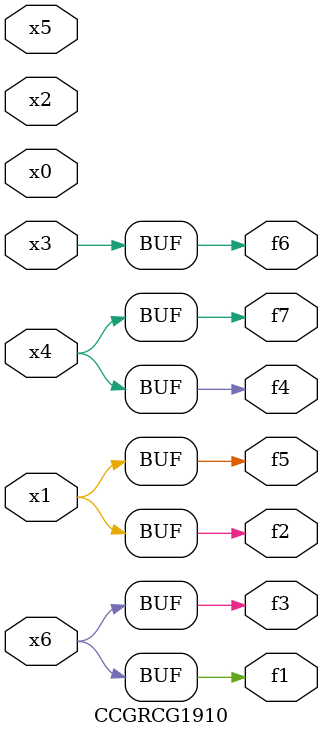
<source format=v>
module CCGRCG1910(
	input x0, x1, x2, x3, x4, x5, x6,
	output f1, f2, f3, f4, f5, f6, f7
);
	assign f1 = x6;
	assign f2 = x1;
	assign f3 = x6;
	assign f4 = x4;
	assign f5 = x1;
	assign f6 = x3;
	assign f7 = x4;
endmodule

</source>
